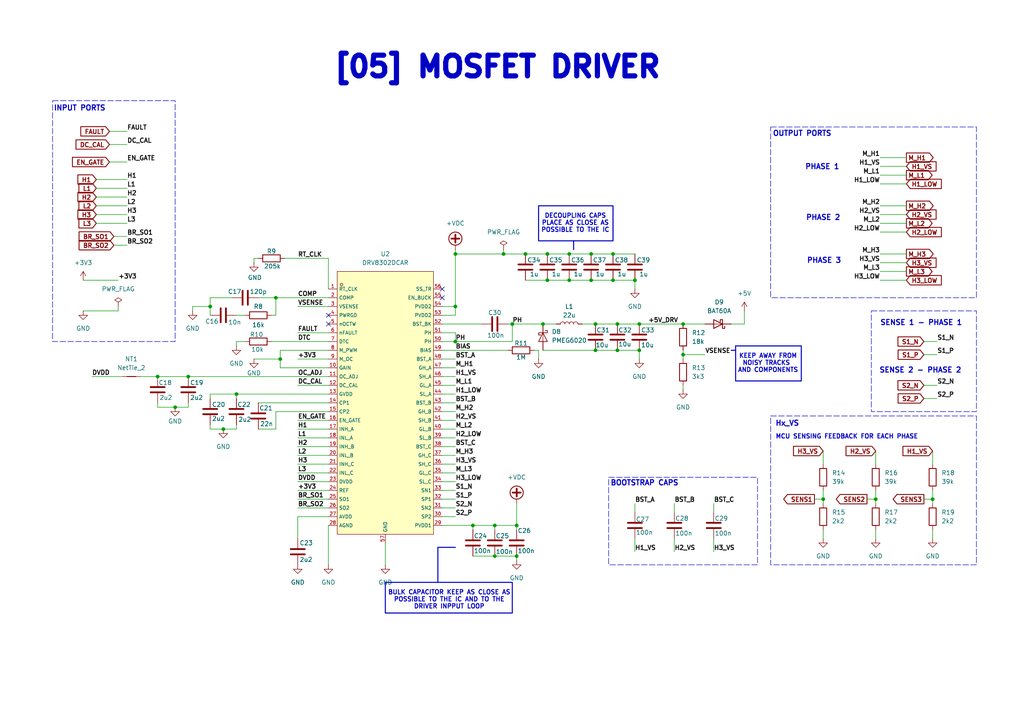
<source format=kicad_sch>
(kicad_sch (version 20231120) (generator "eeschema") (generator_version "8.0")
  (paper "A4")
  (title_block (title "Example Project") (date "2024-12-16") (rev "Rev01_1") (company "AKK Electronics") (comment 3 "aungkyawkhaing96.ece@gmail.com") (comment 4 "Aung Kyaw Khaing"))
  (lib_symbols
    (symbol "DRV8302:DRV8302DCAR"
      (property "Reference" "U" (at 0 41.402 0))
      (property "Value" "DRV8302DCAR" (at 0.254 39.116 0))
      (symbol "DRV8302DCAR_0_1"
        (rectangle (start -13.97 38.1001) (end 13.97 -38.1001) (fill (type background)))
        (circle (center -12.7 34.2901) (radius 0.381) (fill (type background)))
        (pin unspecified line (at -16.51 33.02 0) (length 2.54) (name "RT_CLK") (number "1"))
        (pin unspecified line (at -16.51 10.16 0) (length 2.54) (name "GAIN") (number "10"))
        (pin unspecified line (at -16.51 7.62 0) (length 2.54) (name "OC_ADJ") (number "11"))
        (pin unspecified line (at -16.51 5.08 0) (length 2.54) (name "DC_CAL") (number "12"))
        (pin unspecified line (at -16.51 2.54 0) (length 2.54) (name "GVDD") (number "13"))
        (pin unspecified line (at -16.51 0 0) (length 2.54) (name "CP1") (number "14"))
        (pin unspecified line (at -16.51 -2.54 0) (length 2.54) (name "CP2") (number "15"))
        (pin unspecified line (at -16.51 -5.08 0) (length 2.54) (name "EN_GATE") (number "16"))
        (pin unspecified line (at -16.51 -7.62 0) (length 2.54) (name "INH_A") (number "17"))
        (pin unspecified line (at -16.51 -10.16 0) (length 2.54) (name "INL_A") (number "18"))
        (pin unspecified line (at -16.51 -12.7 0) (length 2.54) (name "INH_B") (number "19"))
        (pin unspecified line (at -16.51 30.48 0) (length 2.54) (name "COMP") (number "2"))
        (pin unspecified line (at -16.51 -15.24 0) (length 2.54) (name "INL_B") (number "20"))
        (pin unspecified line (at -16.51 -17.78 0) (length 2.54) (name "INH_C") (number "21"))
        (pin unspecified line (at -16.51 -20.32 0) (length 2.54) (name "INL_C") (number "22"))
        (pin unspecified line (at -16.51 -22.86 0) (length 2.54) (name "DVDD") (number "23"))
        (pin unspecified line (at -16.51 -25.4 0) (length 2.54) (name "REF") (number "24"))
        (pin unspecified line (at -16.51 -27.94 0) (length 2.54) (name "SO1") (number "25"))
        (pin unspecified line (at -16.51 -30.48 0) (length 2.54) (name "SO2") (number "26"))
        (pin unspecified line (at -16.51 -33.02 0) (length 2.54) (name "AVDD") (number "27"))
        (pin unspecified line (at -16.51 -35.56 0) (length 2.54) (name "AGND") (number "28"))
        (pin unspecified line (at 16.51 -35.56 180) (length 2.54) (name "PVDD1") (number "29"))
        (pin unspecified line (at -16.51 27.94 0) (length 2.54) (name "VSENSE") (number "3"))
        (pin unspecified line (at 16.51 -33.02 180) (length 2.54) (name "SP2") (number "30"))
        (pin unspecified line (at 16.51 -30.48 180) (length 2.54) (name "SN2") (number "31"))
        (pin unspecified line (at 16.51 -27.94 180) (length 2.54) (name "SP1") (number "32"))
        (pin unspecified line (at 16.51 -25.4 180) (length 2.54) (name "SN1") (number "33"))
        (pin unspecified line (at 16.51 -22.86 180) (length 2.54) (name "SL_C") (number "34"))
        (pin unspecified line (at 16.51 -20.32 180) (length 2.54) (name "GL_C") (number "35"))
        (pin unspecified line (at 16.51 -17.78 180) (length 2.54) (name "SH_C") (number "36"))
        (pin unspecified line (at 16.51 -15.24 180) (length 2.54) (name "GH_C") (number "37"))
        (pin unspecified line (at 16.51 -12.7 180) (length 2.54) (name "BST_C") (number "38"))
        (pin unspecified line (at 16.51 -10.16 180) (length 2.54) (name "SL_B") (number "39"))
        (pin unspecified line (at -16.51 25.4 0) (length 2.54) (name "PWRGD") (number "4"))
        (pin unspecified line (at 16.51 -7.62 180) (length 2.54) (name "GL_B") (number "40"))
        (pin unspecified line (at 16.51 -5.08 180) (length 2.54) (name "SH_B") (number "41"))
        (pin unspecified line (at 16.51 -2.54 180) (length 2.54) (name "GH_B") (number "42"))
        (pin unspecified line (at 16.51 0 180) (length 2.54) (name "BST_B") (number "43"))
        (pin unspecified line (at 16.51 2.54 180) (length 2.54) (name "SL_A") (number "44"))
        (pin unspecified line (at 16.51 5.08 180) (length 2.54) (name "GL_A") (number "45"))
        (pin unspecified line (at 16.51 7.62 180) (length 2.54) (name "SH_A") (number "46"))
        (pin unspecified line (at 16.51 10.16 180) (length 2.54) (name "GH_A") (number "47"))
        (pin unspecified line (at 16.51 12.7 180) (length 2.54) (name "BST_A") (number "48"))
        (pin unspecified line (at 16.51 15.24 180) (length 2.54) (name "BIAS") (number "49"))
        (pin unspecified line (at -16.51 22.86 0) (length 2.54) (name "nOCTW") (number "5"))
        (pin unspecified line (at 16.51 17.78 180) (length 2.54) (name "PH") (number "50"))
        (pin unspecified line (at 16.51 20.32 180) (length 2.54) (name "PH") (number "51"))
        (pin unspecified line (at 16.51 22.86 180) (length 2.54) (name "BST_BK") (number "52"))
        (pin unspecified line (at 16.51 25.4 180) (length 2.54) (name "PVDD2") (number "53"))
        (pin unspecified line (at 16.51 27.94 180) (length 2.54) (name "PVDD2") (number "54"))
        (pin unspecified line (at 16.51 30.48 180) (length 2.54) (name "EN_BUCK") (number "55"))
        (pin unspecified line (at 16.51 33.02 180) (length 2.54) (name "SS_TR") (number "56"))
        (pin unspecified line (at 0 -40.64 90) (length 2.54) (name "GND") (number "57"))
        (pin unspecified line (at -16.51 20.32 0) (length 2.54) (name "nFAULT") (number "6"))
        (pin unspecified line (at -16.51 17.78 0) (length 2.54) (name "DTC") (number "7"))
        (pin unspecified line (at -16.51 15.24 0) (length 2.54) (name "M_PWM") (number "8"))
        (pin unspecified line (at -16.51 12.7 0) (length 2.54) (name "M_OC") (number "9"))
      )
    )
    (symbol "Device:C" (pin_numbers hide) (pin_names (offset 0.254))
      (property "Reference" "C" (at 0.635 2.54 0))
      (property "Value" "C" (at 0.635 -2.54 0))
      (symbol "C_0_1"
        (polyline (pts (xy -2.032 -0.762) (xy 2.032 -0.762)) (stroke (width 0.508)))
        (polyline (pts (xy -2.032 0.762) (xy 2.032 0.762)) (stroke (width 0.508)))
      )
      (symbol "C_1_1"
        (pin passive line (at 0 3.81 270) (length 2.794) (name "~") (number "1"))
        (pin passive line (at 0 -3.81 90) (length 2.794) (name "~") (number "2"))
      )
    )
    (symbol "Device:L" (pin_numbers hide) (pin_names (offset 1.016) hide)
      (property "Reference" "L" (at -1.27 0 90))
      (property "Value" "L" (at 1.905 0 90))
      (symbol "L_0_1"
        (arc (start 0 -2.54) (mid 0.6323 -1.905) (end 0 -1.27))
        (arc (start 0 -1.27) (mid 0.6323 -0.635) (end 0 0))
        (arc (start 0 0) (mid 0.6323 0.635) (end 0 1.27))
        (arc (start 0 1.27) (mid 0.6323 1.905) (end 0 2.54))
      )
      (symbol "L_1_1"
        (pin passive line (at 0 3.81 270) (length 1.27) (name "1") (number "1"))
        (pin passive line (at 0 -3.81 90) (length 1.27) (name "2") (number "2"))
      )
    )
    (symbol "Device:NetTie_2" (pin_numbers hide) (pin_names (offset 0) hide) (in_bom no)
      (property "Reference" "NT" (at 0 1.27 0))
      (property "Value" "NetTie_2" (at 0 -1.27 0))
      (symbol "NetTie_2_0_1"
        (polyline (pts (xy -1.27 0) (xy 1.27 0)) (stroke (width 0.254)))
      )
      (symbol "NetTie_2_1_1"
        (pin passive line (at -2.54 0 0) (length 2.54) (name "1") (number "1"))
        (pin passive line (at 2.54 0 180) (length 2.54) (name "2") (number "2"))
      )
    )
    (symbol "Device:R" (pin_numbers hide) (pin_names (offset 0))
      (property "Reference" "R" (at 2.032 0 90))
      (property "Value" "R" (at 0 0 90))
      (symbol "R_0_1"
        (rectangle (start -1.016 -2.54) (end 1.016 2.54) (stroke (width 0.254)))
      )
      (symbol "R_1_1"
        (pin passive line (at 0 3.81 270) (length 1.27) (name "~") (number "1"))
        (pin passive line (at 0 -3.81 90) (length 1.27) (name "~") (number "2"))
      )
    )
    (symbol "Diode:BAT60A" (pin_numbers hide) (pin_names (offset 1.016) hide)
      (property "Reference" "D" (at 0 2.54 0))
      (property "Value" "BAT60A" (at 0 -2.54 0))
      (symbol "BAT60A_0_1"
        (polyline (pts (xy 1.27 0) (xy -1.27 0)))
        (polyline (pts (xy 1.27 1.27) (xy 1.27 -1.27) (xy -1.27 0) (xy 1.27 1.27)) (stroke (width 0.254)))
        (polyline (pts (xy -1.905 0.635) (xy -1.905 1.27) (xy -1.27 1.27) (xy -1.27 -1.27) (xy -0.635 -1.27) (xy -0.635 -0.635)) (stroke (width 0.254)))
      )
      (symbol "BAT60A_1_1"
        (pin passive line (at -3.81 0 0) (length 2.54) (name "K") (number "1"))
        (pin passive line (at 3.81 0 180) (length 2.54) (name "A") (number "2"))
      )
    )
    (symbol "Diode:PMEG6020ER" (pin_numbers hide) (pin_names hide)
      (property "Reference" "D" (at 0 2.54 0))
      (property "Value" "PMEG6020ER" (at 0 -2.54 0))
      (symbol "PMEG6020ER_0_1"
        (polyline (pts (xy 1.27 0) (xy -1.27 0)))
        (polyline (pts (xy 1.27 1.27) (xy 1.27 -1.27) (xy -1.27 0) (xy 1.27 1.27)) (stroke (width 0.2032)))
        (polyline (pts (xy -1.905 0.635) (xy -1.905 1.27) (xy -1.27 1.27) (xy -1.27 -1.27) (xy -0.635 -1.27) (xy -0.635 -0.635)) (stroke (width 0.2032)))
      )
      (symbol "PMEG6020ER_1_1"
        (pin passive line (at -3.81 0 0) (length 2.54) (name "K") (number "1"))
        (pin passive line (at 3.81 0 180) (length 2.54) (name "A") (number "2"))
      )
    )
    (symbol "power:+3V3" (power) (pin_numbers hide) (pin_names (offset 0) hide)
      (property "Value" "+3V3" (at 0 3.556 0))
      (symbol "+3V3_0_1"
        (polyline (pts (xy -0.762 1.27) (xy 0 2.54)))
        (polyline (pts (xy 0 0) (xy 0 2.54)))
        (polyline (pts (xy 0 2.54) (xy 0.762 1.27)))
      )
      (symbol "+3V3_1_1"
        (pin power_in line (at 0 0 90) (length 0) (name "~") (number "1"))
      )
    )
    (symbol "power:+5V" (power) (pin_numbers hide) (pin_names (offset 0) hide)
      (property "Value" "+5V" (at 0 3.556 0))
      (symbol "+5V_0_1"
        (polyline (pts (xy -0.762 1.27) (xy 0 2.54)))
        (polyline (pts (xy 0 0) (xy 0 2.54)))
        (polyline (pts (xy 0 2.54) (xy 0.762 1.27)))
      )
      (symbol "+5V_1_1"
        (pin power_in line (at 0 0 90) (length 0) (name "~") (number "1"))
      )
    )
    (symbol "power:+VDC" (power) (pin_numbers hide) (pin_names (offset 0) hide)
      (property "Value" "+VDC" (at 0 6.35 0))
      (symbol "+VDC_0_1"
        (polyline (pts (xy -1.143 3.175) (xy 1.143 3.175)) (stroke (width 0.508)))
        (polyline (pts (xy 0 0) (xy 0 1.27)))
        (polyline (pts (xy 0 2.032) (xy 0 4.318)) (stroke (width 0.508)))
        (circle (center 0 3.175) (radius 1.905) (stroke (width 0.254)))
      )
      (symbol "+VDC_1_1"
        (pin power_in line (at 0 0 90) (length 0) (name "~") (number "1"))
      )
    )
    (symbol "power:GND" (power) (pin_numbers hide) (pin_names (offset 0) hide)
      (property "Value" "GND" (at 0 -3.81 0))
      (symbol "GND_0_1"
        (polyline (pts (xy 0 0) (xy 0 -1.27) (xy 1.27 -1.27) (xy 0 -2.54) (xy -1.27 -1.27) (xy 0 -1.27)))
      )
      (symbol "GND_1_1"
        (pin power_in line (at 0 0 270) (length 0) (name "~") (number "1"))
      )
    )
    (symbol "power:PWR_FLAG" (power) (pin_numbers hide) (pin_names (offset 0) hide)
      (property "Value" "PWR_FLAG" (at 0 3.81 0))
      (symbol "PWR_FLAG_0_0"
        (pin power_out line (at 0 0 90) (length 0) (name "~") (number "1"))
      )
      (symbol "PWR_FLAG_0_1"
        (polyline (pts (xy 0 0) (xy 0 1.27) (xy -1.016 1.905) (xy 0 2.54) (xy 1.016 1.905) (xy 0 1.27)))
      )
    )
  )
  (junction (at 132.08 73.66))
  (junction (at 132.08 99.06))
  (junction (at 184.15 81.28))
  (junction (at 45.72 109.22))
  (junction (at 185.42 93.98))
  (junction (at 80.01 86.36))
  (junction (at 68.58 114.3))
  (junction (at 81.28 104.14))
  (junction (at 137.16 152.4))
  (junction (at 171.45 73.66))
  (junction (at 158.75 73.66))
  (junction (at 198.12 93.98))
  (junction (at 238.76 144.78))
  (junction (at 149.86 161.29))
  (junction (at 185.42 101.6))
  (junction (at 165.1 81.28))
  (junction (at 54.61 109.22))
  (junction (at 179.07 101.6))
  (junction (at 152.4 73.66))
  (junction (at 171.45 81.28))
  (junction (at 60.96 88.9))
  (junction (at 177.8 73.66))
  (junction (at 146.05 73.66))
  (junction (at 179.07 93.98))
  (junction (at 158.75 81.28))
  (junction (at 172.72 93.98))
  (junction (at 198.12 102.87))
  (junction (at 172.72 101.6))
  (junction (at 270.51 144.78))
  (junction (at 64.77 124.46))
  (junction (at 132.08 88.9))
  (junction (at 50.8 118.11))
  (junction (at 157.48 93.98))
  (junction (at 143.51 161.29))
  (junction (at 148.59 93.98))
  (junction (at 254 144.78))
  (junction (at 165.1 73.66))
  (junction (at 143.51 152.4))
  (junction (at 149.86 152.4))
  (junction (at 177.8 81.28))
  (no_connect (at 95.25 91.44))
  (no_connect (at 128.27 83.82))
  (no_connect (at 95.25 93.98))
  (no_connect (at 128.27 86.36))
  (wire (pts (xy 132.08 104.14) (xy 128.27 104.14)))
  (wire (pts (xy 128.27 91.44) (xy 132.08 91.44)))
  (wire (pts (xy 267.97 144.78) (xy 270.51 144.78)))
  (wire (pts (xy 255.27 67.31) (xy 262.89 67.31)))
  (polyline (pts (xy 166.37 72.39) (xy 166.37 69.85)) (stroke (width 0.3) (color 0 0 194 1)))
  (wire (pts (xy 86.36 139.7) (xy 95.25 139.7)))
  (polyline (pts (xy 127 158.75) (xy 132.08 158.75)) (stroke (width 0.3) (color 0 0 194 1)))
  (wire (pts (xy 254 153.67) (xy 254 156.21)))
  (wire (pts (xy 165.1 73.66) (xy 158.75 73.66)))
  (wire (pts (xy 45.72 116.84) (xy 45.72 118.11)))
  (wire (pts (xy 40.64 109.22) (xy 45.72 109.22)))
  (polyline (pts (xy 212.09 101.6) (xy 213.36 101.6)) (stroke (width 0.3) (color 0 0 194 1)))
  (wire (pts (xy 270.51 142.24) (xy 270.51 144.78)))
  (wire (pts (xy 81.28 106.68) (xy 81.28 104.14)))
  (wire (pts (xy 132.08 121.92) (xy 128.27 121.92)))
  (wire (pts (xy 149.86 152.4) (xy 149.86 153.67)))
  (wire (pts (xy 132.08 114.3) (xy 128.27 114.3)))
  (wire (pts (xy 179.07 93.98) (xy 185.42 93.98)))
  (wire (pts (xy 45.72 109.22) (xy 54.61 109.22)))
  (wire (pts (xy 255.27 59.69) (xy 262.89 59.69)))
  (wire (pts (xy 184.15 146.05) (xy 184.15 148.59)))
  (wire (pts (xy 238.76 142.24) (xy 238.76 144.78)))
  (wire (pts (xy 36.83 38.1) (xy 31.75 38.1)))
  (wire (pts (xy 128.27 101.6) (xy 147.32 101.6)))
  (wire (pts (xy 132.08 147.32) (xy 128.27 147.32)))
  (wire (pts (xy 86.36 121.92) (xy 95.25 121.92)))
  (wire (pts (xy 198.12 111.76) (xy 198.12 113.03)))
  (wire (pts (xy 132.08 116.84) (xy 128.27 116.84)))
  (wire (pts (xy 132.08 139.7) (xy 128.27 139.7)))
  (wire (pts (xy 198.12 101.6) (xy 198.12 102.87)))
  (wire (pts (xy 68.58 114.3) (xy 68.58 115.57)))
  (wire (pts (xy 95.25 106.68) (xy 81.28 106.68)))
  (wire (pts (xy 80.01 86.36) (xy 95.25 86.36)))
  (wire (pts (xy 132.08 111.76) (xy 128.27 111.76)))
  (wire (pts (xy 158.75 81.28) (xy 165.1 81.28)))
  (wire (pts (xy 128.27 99.06) (xy 132.08 99.06)))
  (wire (pts (xy 86.36 149.86) (xy 95.25 149.86)))
  (wire (pts (xy 67.31 86.36) (xy 60.96 86.36)))
  (wire (pts (xy 158.75 73.66) (xy 152.4 73.66)))
  (wire (pts (xy 254 142.24) (xy 254 144.78)))
  (wire (pts (xy 207.01 146.05) (xy 207.01 148.59)))
  (wire (pts (xy 132.08 134.62) (xy 128.27 134.62)))
  (wire (pts (xy 270.51 153.67) (xy 270.51 156.21)))
  (wire (pts (xy 26.67 109.22) (xy 35.56 109.22)))
  (wire (pts (xy 60.96 88.9) (xy 60.96 91.44)))
  (wire (pts (xy 132.08 106.68) (xy 128.27 106.68)))
  (wire (pts (xy 24.13 81.28) (xy 34.29 81.28)))
  (wire (pts (xy 156.21 101.6) (xy 156.21 104.14)))
  (wire (pts (xy 177.8 73.66) (xy 171.45 73.66)))
  (wire (pts (xy 74.93 124.46) (xy 80.01 124.46)))
  (wire (pts (xy 254 144.78) (xy 254 146.05)))
  (wire (pts (xy 86.36 96.52) (xy 95.25 96.52)))
  (wire (pts (xy 95.25 119.38) (xy 80.01 119.38)))
  (wire (pts (xy 179.07 101.6) (xy 185.42 101.6)))
  (wire (pts (xy 255.27 81.28) (xy 262.89 81.28)))
  (wire (pts (xy 68.58 99.06) (xy 68.58 100.33)))
  (wire (pts (xy 81.28 104.14) (xy 81.28 101.6)))
  (wire (pts (xy 27.94 59.69) (xy 36.83 59.69)))
  (wire (pts (xy 54.61 116.84) (xy 54.61 118.11)))
  (wire (pts (xy 207.01 160.02) (xy 207.01 156.21)))
  (wire (pts (xy 255.27 76.2) (xy 262.89 76.2)))
  (wire (pts (xy 73.66 74.93) (xy 73.66 76.2)))
  (wire (pts (xy 171.45 73.66) (xy 165.1 73.66)))
  (wire (pts (xy 271.78 102.87) (xy 267.97 102.87)))
  (wire (pts (xy 33.02 68.58) (xy 36.83 68.58)))
  (wire (pts (xy 146.05 73.66) (xy 132.08 73.66)))
  (wire (pts (xy 128.27 152.4) (xy 137.16 152.4)))
  (wire (pts (xy 31.75 41.91) (xy 36.83 41.91)))
  (wire (pts (xy 86.36 144.78) (xy 95.25 144.78)))
  (wire (pts (xy 184.15 73.66) (xy 177.8 73.66)))
  (wire (pts (xy 255.27 45.72) (xy 262.89 45.72)))
  (polyline (pts (xy 127 158.75) (xy 127 168.91)) (stroke (width 0.3) (color 0 0 194 1)))
  (wire (pts (xy 132.08 144.78) (xy 128.27 144.78)))
  (wire (pts (xy 204.47 93.98) (xy 198.12 93.98)))
  (wire (pts (xy 132.08 132.08) (xy 128.27 132.08)))
  (wire (pts (xy 68.58 99.06) (xy 71.12 99.06)))
  (wire (pts (xy 132.08 99.06) (xy 148.59 99.06)))
  (wire (pts (xy 54.61 118.11) (xy 50.8 118.11)))
  (wire (pts (xy 95.25 101.6) (xy 81.28 101.6)))
  (wire (pts (xy 34.29 88.9) (xy 34.29 90.17)))
  (wire (pts (xy 148.59 93.98) (xy 157.48 93.98)))
  (wire (pts (xy 132.08 96.52) (xy 132.08 99.06)))
  (wire (pts (xy 132.08 88.9) (xy 132.08 73.66)))
  (wire (pts (xy 165.1 81.28) (xy 171.45 81.28)))
  (wire (pts (xy 255.27 73.66) (xy 262.89 73.66)))
  (wire (pts (xy 86.36 104.14) (xy 95.25 104.14)))
  (wire (pts (xy 132.08 137.16) (xy 128.27 137.16)))
  (wire (pts (xy 195.58 146.05) (xy 195.58 148.59)))
  (wire (pts (xy 198.12 102.87) (xy 204.47 102.87)))
  (wire (pts (xy 255.27 48.26) (xy 262.89 48.26)))
  (wire (pts (xy 33.02 71.12) (xy 36.83 71.12)))
  (wire (pts (xy 45.72 118.11) (xy 50.8 118.11)))
  (wire (pts (xy 132.08 127) (xy 128.27 127)))
  (wire (pts (xy 68.58 114.3) (xy 60.96 114.3)))
  (wire (pts (xy 271.78 99.06) (xy 267.97 99.06)))
  (wire (pts (xy 255.27 50.8) (xy 262.89 50.8)))
  (wire (pts (xy 27.94 52.07) (xy 36.83 52.07)))
  (wire (pts (xy 95.25 74.93) (xy 95.25 83.82)))
  (wire (pts (xy 27.94 62.23) (xy 36.83 62.23)))
  (wire (pts (xy 171.45 81.28) (xy 177.8 81.28)))
  (wire (pts (xy 132.08 109.22) (xy 128.27 109.22)))
  (wire (pts (xy 86.36 88.9) (xy 95.25 88.9)))
  (wire (pts (xy 86.36 111.76) (xy 95.25 111.76)))
  (wire (pts (xy 251.46 144.78) (xy 254 144.78)))
  (wire (pts (xy 215.9 93.98) (xy 212.09 93.98)))
  (wire (pts (xy 157.48 101.6) (xy 172.72 101.6)))
  (wire (pts (xy 60.96 86.36) (xy 60.96 88.9)))
  (wire (pts (xy 168.91 93.98) (xy 172.72 93.98)))
  (wire (pts (xy 137.16 161.29) (xy 143.51 161.29)))
  (wire (pts (xy 177.8 81.28) (xy 184.15 81.28)))
  (wire (pts (xy 149.86 146.05) (xy 149.86 152.4)))
  (wire (pts (xy 152.4 81.28) (xy 158.75 81.28)))
  (wire (pts (xy 82.55 74.93) (xy 95.25 74.93)))
  (wire (pts (xy 111.76 157.48) (xy 111.76 163.83)))
  (wire (pts (xy 157.48 93.98) (xy 161.29 93.98)))
  (wire (pts (xy 132.08 91.44) (xy 132.08 88.9)))
  (wire (pts (xy 86.36 132.08) (xy 95.25 132.08)))
  (wire (pts (xy 86.36 156.21) (xy 86.36 149.86)))
  (wire (pts (xy 238.76 130.81) (xy 238.76 134.62)))
  (wire (pts (xy 60.96 124.46) (xy 64.77 124.46)))
  (wire (pts (xy 74.93 86.36) (xy 80.01 86.36)))
  (wire (pts (xy 80.01 119.38) (xy 80.01 124.46)))
  (wire (pts (xy 198.12 93.98) (xy 185.42 93.98)))
  (wire (pts (xy 86.36 127) (xy 95.25 127)))
  (wire (pts (xy 238.76 153.67) (xy 238.76 156.21)))
  (wire (pts (xy 128.27 93.98) (xy 139.7 93.98)))
  (wire (pts (xy 271.78 111.76) (xy 267.97 111.76)))
  (wire (pts (xy 86.36 134.62) (xy 95.25 134.62)))
  (wire (pts (xy 132.08 142.24) (xy 128.27 142.24)))
  (wire (pts (xy 80.01 91.44) (xy 80.01 86.36)))
  (wire (pts (xy 147.32 93.98) (xy 148.59 93.98)))
  (wire (pts (xy 86.36 142.24) (xy 95.25 142.24)))
  (wire (pts (xy 68.58 123.19) (xy 68.58 124.46)))
  (wire (pts (xy 137.16 152.4) (xy 143.51 152.4)))
  (wire (pts (xy 184.15 81.28) (xy 184.15 83.82)))
  (wire (pts (xy 128.27 88.9) (xy 132.08 88.9)))
  (wire (pts (xy 172.72 93.98) (xy 179.07 93.98)))
  (wire (pts (xy 86.36 147.32) (xy 95.25 147.32)))
  (wire (pts (xy 154.94 101.6) (xy 156.21 101.6)))
  (wire (pts (xy 270.51 144.78) (xy 270.51 146.05)))
  (wire (pts (xy 73.66 104.14) (xy 81.28 104.14)))
  (wire (pts (xy 54.61 109.22) (xy 95.25 109.22)))
  (wire (pts (xy 143.51 161.29) (xy 149.86 161.29)))
  (wire (pts (xy 132.08 119.38) (xy 128.27 119.38)))
  (wire (pts (xy 255.27 64.77) (xy 262.89 64.77)))
  (wire (pts (xy 74.93 116.84) (xy 95.25 116.84)))
  (wire (pts (xy 27.94 54.61) (xy 36.83 54.61)))
  (wire (pts (xy 34.29 90.17) (xy 24.13 90.17)))
  (wire (pts (xy 78.74 91.44) (xy 80.01 91.44)))
  (wire (pts (xy 86.36 129.54) (xy 95.25 129.54)))
  (wire (pts (xy 31.75 46.99) (xy 36.83 46.99)))
  (wire (pts (xy 132.08 124.46) (xy 128.27 124.46)))
  (wire (pts (xy 152.4 73.66) (xy 146.05 73.66)))
  (wire (pts (xy 95.25 152.4) (xy 95.25 163.83)))
  (wire (pts (xy 55.88 88.9) (xy 60.96 88.9)))
  (wire (pts (xy 132.08 129.54) (xy 128.27 129.54)))
  (wire (pts (xy 68.58 91.44) (xy 71.12 91.44)))
  (wire (pts (xy 270.51 130.81) (xy 270.51 134.62)))
  (wire (pts (xy 198.12 104.14) (xy 198.12 102.87)))
  (wire (pts (xy 60.96 123.19) (xy 60.96 124.46)))
  (wire (pts (xy 137.16 152.4) (xy 137.16 153.67)))
  (wire (pts (xy 148.59 99.06) (xy 148.59 93.98)))
  (wire (pts (xy 27.94 57.15) (xy 36.83 57.15)))
  (wire (pts (xy 27.94 64.77) (xy 36.83 64.77)))
  (wire (pts (xy 143.51 152.4) (xy 149.86 152.4)))
  (wire (pts (xy 215.9 90.17) (xy 215.9 93.98)))
  (wire (pts (xy 267.97 115.57) (xy 271.78 115.57)))
  (wire (pts (xy 254 130.81) (xy 254 134.62)))
  (wire (pts (xy 86.36 137.16) (xy 95.25 137.16)))
  (wire (pts (xy 132.08 149.86) (xy 128.27 149.86)))
  (wire (pts (xy 255.27 62.23) (xy 262.89 62.23)))
  (wire (pts (xy 132.08 72.39) (xy 132.08 73.66)))
  (wire (pts (xy 55.88 88.9) (xy 55.88 90.17)))
  (wire (pts (xy 255.27 53.34) (xy 262.89 53.34)))
  (wire (pts (xy 86.36 124.46) (xy 95.25 124.46)))
  (wire (pts (xy 195.58 160.02) (xy 195.58 156.21)))
  (wire (pts (xy 149.86 161.29) (xy 149.86 162.56)))
  (wire (pts (xy 184.15 160.02) (xy 184.15 156.21)))
  (wire (pts (xy 255.27 78.74) (xy 262.89 78.74)))
  (wire (pts (xy 128.27 96.52) (xy 132.08 96.52)))
  (wire (pts (xy 236.22 144.78) (xy 238.76 144.78)))
  (wire (pts (xy 95.25 114.3) (xy 68.58 114.3)))
  (wire (pts (xy 60.96 114.3) (xy 60.96 115.57)))
  (wire (pts (xy 73.66 74.93) (xy 74.93 74.93)))
  (wire (pts (xy 238.76 144.78) (xy 238.76 146.05)))
  (wire (pts (xy 185.42 101.6) (xy 185.42 104.14)))
  (wire (pts (xy 172.72 101.6) (xy 179.07 101.6)))
  (wire (pts (xy 78.74 99.06) (xy 95.25 99.06)))
  (wire (pts (xy 146.05 72.39) (xy 146.05 73.66)))
  (wire (pts (xy 68.58 124.46) (xy 64.77 124.46)))
  (wire (pts (xy 143.51 152.4) (xy 143.51 153.67)))
  (rectangle (start 176.53 138.43) (end 219.71 163.83) (stroke (width 0) (type dash)))
  (rectangle (start 223.52 36.83) (end 283.21 86.36) (stroke (width 0) (type dash)))
  (rectangle (start 111.76 168.91) (end 148.59 177.8) (stroke (width 0.3) (color 0 0 194 1)))
  (rectangle (start 223.52 120.65) (end 283.21 163.83) (stroke (width 0) (type dash)))
  (rectangle (start 213.36 100.33) (end 232.41 110.49) (stroke (width 0.3) (color 0 0 194 1)))
  (rectangle (start 252.73 90.17) (end 283.21 119.38) (stroke (width 0) (type dash)))
  (rectangle (start 156.21 59.69) (end 177.8 69.85) (stroke (width 0.3) (color 0 0 194 1)))
  (rectangle (start 15.24 29.21) (end 50.8 99.06) (stroke (width 0) (type dash)))
  (text "BULK CAPACITOR KEEP AS CLOSE AS\nPOSSIBLE TO THE IC AND TO THE\nDRIVER INPPUT LOOP" (at 130.302 173.99 0) (effects (font (size 1.27 1.27) (bold yes))))
  (text "[05] MOSFET DRIVER\n" (at 144.272 19.558 0) (effects (font (size 6 6) (thickness 1.6) (bold yes))))
  (text "PHASE 1\n" (at 238.506 48.514 0) (effects (font (size 1.5 1.5) (bold yes))))
  (text "MCU SENSING FEEDBACK FOR EACH PHASE\n" (at 245.618 126.746 0) (effects (font (size 1.27 1.27) (bold yes))))
  (text "BOOTSTRAP CAPS\n" (at 186.944 140.208 0) (effects (font (size 1.5 1.5) (bold yes))))
  (text "Hx_VS\n" (at 228.346 122.936 0) (effects (font (size 1.5 1.5) (bold yes))))
  (text "SENSE 2 - PHASE 2\n\n" (at 266.954 108.712 0) (effects (font (size 1.5 1.5) (bold yes))))
  (text "DECOUPLING CAPS\nPLACE AS CLOSE AS\nPOSSIBLE TO THE IC" (at 166.878 64.77 0) (effects (font (size 1.27 1.27) (bold yes))))
  (text "INPUT PORTS\n" (at 23.114 31.496 0) (effects (font (size 1.5 1.5) (bold yes))))
  (text "PHASE 3" (at 239.014 75.692 0) (effects (font (size 1.5 1.5) (bold yes))))
  (text "SENSE 1 - PHASE 1\n" (at 267.208 93.726 0) (effects (font (size 1.5 1.5) (bold yes))))
  (text "PHASE 2" (at 238.76 63.246 0) (effects (font (size 1.5 1.5) (bold yes))))
  (text "KEEP AWAY FROM\nNOISY TRACKS \nAND COMPONENTS" (at 222.758 105.41 0) (effects (font (size 1.27 1.27) (bold yes))))
  (text "OUTPUT PORTS\n" (at 232.664 38.862 0) (effects (font (size 1.5 1.5) (bold yes))))
  (label "+5V_DRV" (at 187.96 93.98 0) (effects (font (bold yes))))
  (label "PH" (at 148.59 93.98 0) (effects (font (bold yes))))
  (label "EN_GATE" (at 36.83 46.99 0) (effects (font (bold yes))))
  (label "OC_ADJ" (at 86.36 109.22 0) (effects (font (bold yes))))
  (label "DVDD" (at 26.67 109.22 0) (effects (font (bold yes))))
  (label "H2" (at 86.36 129.54 0) (effects (font (bold yes))))
  (label "H2_LOW" (at 255.27 67.31 180) (effects (font (bold yes))))
  (label "M_L3" (at 132.08 137.16 0) (effects (font (bold yes))))
  (label "M_L1" (at 132.08 111.76 0) (effects (font (bold yes))))
  (label "M_H3" (at 255.27 73.66 180) (effects (font (bold yes))))
  (label "L3" (at 86.36 137.16 0) (effects (font (bold yes))))
  (label "S1_N" (at 271.78 99.06 0) (effects (font (bold yes))))
  (label "H3_LOW" (at 132.08 139.7 0) (effects (font (bold yes))))
  (label "VSENSE" (at 86.36 88.9 0) (effects (font (bold yes))))
  (label "M_H1" (at 132.08 106.68 0) (effects (font (bold yes))))
  (label "L1" (at 36.83 54.61 0) (effects (font (bold yes))))
  (label "FAULT" (at 36.83 38.1 0) (effects (font (bold yes))))
  (label "PH" (at 132.08 99.06 0) (effects (font (bold yes))))
  (label "BST_B" (at 195.58 146.05 0) (effects (font (bold yes))))
  (label "H2_VS" (at 195.58 160.02 0) (effects (font (bold yes))))
  (label "BST_A" (at 184.15 146.05 0) (effects (font (bold yes))))
  (label "BR_SO2" (at 36.83 71.12 0) (effects (font (bold yes))))
  (label "L1" (at 86.36 127 0) (effects (font (bold yes))))
  (label "H3" (at 36.83 62.23 0) (effects (font (bold yes))))
  (label "H1_LOW" (at 255.27 53.34 180) (effects (font (bold yes))))
  (label "+3V3" (at 34.29 81.28 0) (effects (font (bold yes))))
  (label "BR_SO2" (at 86.36 147.32 0) (effects (font (bold yes))))
  (label "H3_LOW" (at 255.27 81.28 180) (effects (font (bold yes))))
  (label "BST_A" (at 132.08 104.14 0) (effects (font (bold yes))))
  (label "S1_P" (at 271.78 102.87 0) (effects (font (bold yes))))
  (label "EN_GATE" (at 86.36 121.92 0) (effects (font (bold yes))))
  (label "BR_SO1" (at 36.83 68.58 0) (effects (font (bold yes))))
  (label "M_L1" (at 255.27 50.8 180) (effects (font (bold yes))))
  (label "H3" (at 86.36 134.62 0) (effects (font (bold yes))))
  (label "L3" (at 36.83 64.77 0) (effects (font (bold yes))))
  (label "FAULT" (at 86.36 96.52 0) (effects (font (bold yes))))
  (label "H1" (at 86.36 124.46 0) (effects (font (bold yes))))
  (label "DVDD" (at 86.36 139.7 0) (effects (font (bold yes))))
  (label "COMP" (at 86.36 86.36 0) (effects (font (thickness 0.254) (bold yes))))
  (label "VSENSE" (at 204.47 102.87 0) (effects (font (bold yes))))
  (label "H3_VS" (at 207.01 160.02 0) (effects (font (bold yes))))
  (label "H1_VS" (at 184.15 160.02 0) (effects (font (bold yes))))
  (label "H2_VS" (at 255.27 62.23 180) (effects (font (bold yes))))
  (label "BST_B" (at 132.08 116.84 0) (effects (font (bold yes))))
  (label "S2_N" (at 271.78 111.76 0) (effects (font (bold yes))))
  (label "BST_C" (at 132.08 129.54 0) (effects (font (bold yes))))
  (label "M_H1" (at 255.27 45.72 180) (effects (font (bold yes))))
  (label "S2_N" (at 132.08 147.32 0) (effects (font (bold yes))))
  (label "M_L2" (at 132.08 124.46 0) (effects (font (bold yes))))
  (label "H2_LOW" (at 132.08 127 0) (effects (font (bold yes))))
  (label "BR_SO1" (at 86.36 144.78 0) (effects (font (bold yes))))
  (label "RT_CLK" (at 86.36 74.93 0) (effects (font (thickness 0.254) (bold yes))))
  (label "DTC" (at 86.36 99.06 0) (effects (font (bold yes))))
  (label "M_L3" (at 255.27 78.74 180) (effects (font (bold yes))))
  (label "H3_VS" (at 132.08 134.62 0) (effects (font (bold yes))))
  (label "H1_VS" (at 132.08 109.22 0) (effects (font (bold yes))))
  (label "S2_P" (at 132.08 149.86 0) (effects (font (bold yes))))
  (label "M_H2" (at 132.08 119.38 0) (effects (font (bold yes))))
  (label "H1" (at 36.83 52.07 0) (effects (font (bold yes))))
  (label "S1_P" (at 132.08 144.78 0) (effects (font (bold yes))))
  (label "H1_VS" (at 255.27 48.26 180) (effects (font (bold yes))))
  (label "H3_VS" (at 255.27 76.2 180) (effects (font (bold yes))))
  (label "DC_CAL" (at 36.83 41.91 0) (effects (font (bold yes))))
  (label "+3V3" (at 86.36 142.24 0) (effects (font (bold yes))))
  (label "H2" (at 36.83 57.15 0) (effects (font (bold yes))))
  (label "BST_C" (at 207.01 146.05 0) (effects (font (bold yes))))
  (label "+3V3" (at 86.36 104.14 0) (effects (font (bold yes))))
  (label "S1_N" (at 132.08 142.24 0) (effects (font (bold yes))))
  (label "M_L2" (at 255.27 64.77 180) (effects (font (bold yes))))
  (label "S2_P" (at 271.78 115.57 0) (effects (font (bold yes))))
  (label "H1_LOW" (at 132.08 114.3 0) (effects (font (bold yes))))
  (label "L2" (at 36.83 59.69 0) (effects (font (bold yes))))
  (label "M_H3" (at 132.08 132.08 0) (effects (font (bold yes))))
  (label "BIAS" (at 132.08 101.6 0) (effects (font (bold yes))))
  (label "L2" (at 86.36 132.08 0) (effects (font (bold yes))))
  (label "H2_VS" (at 132.08 121.92 0) (effects (font (bold yes))))
  (label "DC_CAL" (at 86.36 111.76 0) (effects (font (bold yes))))
  (label "M_H2" (at 255.27 59.69 180) (effects (font (bold yes))))
  (global_label "M_L3" (shape output) (at 262.89 78.74 0) (effects (font (bold yes))) (property "Intersheetrefs" "${INTERSHEET_REFS}" (effects (hide yes))))
  (global_label "M_L2" (shape output) (at 262.89 64.77 0) (effects (font (bold yes))) (property "Intersheetrefs" "${INTERSHEET_REFS}" (effects (hide yes))))
  (global_label "H1_VS" (shape input) (at 262.89 48.26 0) (effects (font (bold yes))) (property "Intersheetrefs" "${INTERSHEET_REFS}" (effects (hide yes))))
  (global_label "H3" (shape input) (at 27.94 62.23 180) (effects (font (bold yes))) (property "Intersheetrefs" "${INTERSHEET_REFS}" (effects (hide yes))))
  (global_label "S1_P" (shape input) (at 267.97 102.87 180) (effects (font (bold yes))) (property "Intersheetrefs" "${INTERSHEET_REFS}" (effects (hide yes))))
  (global_label "SENS2" (shape output) (at 251.46 144.78 180) (effects (font (bold yes))) (property "Intersheetrefs" "${INTERSHEET_REFS}" (effects (hide yes))))
  (global_label "S2_P" (shape input) (at 267.97 115.57 180) (effects (font (bold yes))) (property "Intersheetrefs" "${INTERSHEET_REFS}" (effects (hide yes))))
  (global_label "FAULT" (shape input) (at 31.75 38.1 180) (effects (font (bold yes))) (property "Intersheetrefs" "${INTERSHEET_REFS}" (effects (hide yes))))
  (global_label "H3_VS" (shape input) (at 238.76 130.81 180) (effects (font (bold yes))) (property "Intersheetrefs" "${INTERSHEET_REFS}" (effects (hide yes))))
  (global_label "L3" (shape input) (at 27.94 64.77 180) (effects (font (bold yes))) (property "Intersheetrefs" "${INTERSHEET_REFS}" (effects (hide yes))))
  (global_label "H1_VS" (shape input) (at 270.51 130.81 180) (effects (font (bold yes))) (property "Intersheetrefs" "${INTERSHEET_REFS}" (effects (hide yes))))
  (global_label "SENS3" (shape output) (at 267.97 144.78 180) (effects (font (bold yes))) (property "Intersheetrefs" "${INTERSHEET_REFS}" (effects (hide yes))))
  (global_label "M_L1" (shape output) (at 262.89 50.8 0) (effects (font (bold yes))) (property "Intersheetrefs" "${INTERSHEET_REFS}" (effects (hide yes))))
  (global_label "BR_SO1" (shape input) (at 33.02 68.58 180) (effects (font (bold yes))) (property "Intersheetrefs" "${INTERSHEET_REFS}" (effects (hide yes))))
  (global_label "H2_VS" (shape input) (at 262.89 62.23 0) (effects (font (bold yes))) (property "Intersheetrefs" "${INTERSHEET_REFS}" (effects (hide yes))))
  (global_label "H2_VS" (shape input) (at 254 130.81 180) (effects (font (bold yes))) (property "Intersheetrefs" "${INTERSHEET_REFS}" (effects (hide yes))))
  (global_label "H2_LOW" (shape input) (at 262.89 67.31 0) (effects (font (bold yes))) (property "Intersheetrefs" "${INTERSHEET_REFS}" (effects (hide yes))))
  (global_label "H3_VS" (shape input) (at 262.89 76.2 0) (effects (font (bold yes))) (property "Intersheetrefs" "${INTERSHEET_REFS}" (effects (hide yes))))
  (global_label "H2" (shape input) (at 27.94 57.15 180) (effects (font (bold yes))) (property "Intersheetrefs" "${INTERSHEET_REFS}" (effects (hide yes))))
  (global_label "L2" (shape input) (at 27.94 59.69 180) (effects (font (bold yes))) (property "Intersheetrefs" "${INTERSHEET_REFS}" (effects (hide yes))))
  (global_label "L1" (shape input) (at 27.94 54.61 180) (effects (font (bold yes))) (property "Intersheetrefs" "${INTERSHEET_REFS}" (effects (hide yes))))
  (global_label "H1" (shape input) (at 27.94 52.07 180) (effects (font (bold yes))) (property "Intersheetrefs" "${INTERSHEET_REFS}" (effects (hide yes))))
  (global_label "DC_CAL" (shape input) (at 31.75 41.91 180) (effects (font (bold yes))) (property "Intersheetrefs" "${INTERSHEET_REFS}" (effects (hide yes))))
  (global_label "H1_LOW" (shape input) (at 262.89 53.34 0) (effects (font (bold yes))) (property "Intersheetrefs" "${INTERSHEET_REFS}" (effects (hide yes))))
  (global_label "M_H1" (shape output) (at 262.89 45.72 0) (effects (font (bold yes))) (property "Intersheetrefs" "${INTERSHEET_REFS}" (effects (hide yes))))
  (global_label "BR_SO2" (shape input) (at 33.02 71.12 180) (effects (font (bold yes))) (property "Intersheetrefs" "${INTERSHEET_REFS}" (effects (hide yes))))
  (global_label "S1_N" (shape input) (at 267.97 99.06 180) (effects (font (bold yes))) (property "Intersheetrefs" "${INTERSHEET_REFS}" (effects (hide yes))))
  (global_label "SENS1" (shape output) (at 236.22 144.78 180) (effects (font (bold yes))) (property "Intersheetrefs" "${INTERSHEET_REFS}" (effects (hide yes))))
  (global_label "EN_GATE" (shape input) (at 31.75 46.99 180) (effects (font (bold yes))) (property "Intersheetrefs" "${INTERSHEET_REFS}" (effects (hide yes))))
  (global_label "H3_LOW" (shape input) (at 262.89 81.28 0) (effects (font (bold yes))) (property "Intersheetrefs" "${INTERSHEET_REFS}" (effects (hide yes))))
  (global_label "M_H2" (shape output) (at 262.89 59.69 0) (effects (font (bold yes))) (property "Intersheetrefs" "${INTERSHEET_REFS}" (effects (hide yes))))
  (global_label "M_H3" (shape output) (at 262.89 73.66 0) (effects (font (bold yes))) (property "Intersheetrefs" "${INTERSHEET_REFS}" (effects (hide yes))))
  (global_label "S2_N" (shape input) (at 267.97 111.76 180) (effects (font (bold yes))) (property "Intersheetrefs" "${INTERSHEET_REFS}" (effects (hide yes))))
  (symbol (lib_id "power:GND") (at 95.25 163.83 0) (unit 1)
    (property "Reference" "#PWR029" (effects (hide yes)))
    (property "Value" "GND" (at 95.25 168.91 0))
    (property "Description" "Power symbol creates a global label with name \"GND\" , ground" (effects (hide yes)))
  )
  (symbol (lib_id "power:PWR_FLAG") (at 34.29 88.9 0) (unit 1)
    (property "Reference" "#FLG03" (effects (hide yes)))
    (property "Value" "PWR_FLAG" (at 34.29 83.82 0))
    (property "Description" "Special symbol for telling ERC where power comes from" (effects (hide yes)))
  )
  (symbol (lib_id "Device:C") (at 137.16 157.48 0) (unit 1)
    (property "Reference" "C24" (at 137.414 155.448 0) (effects (justify left)))
    (property "Value" "100n" (at 137.414 159.766 0) (effects (justify left)))
    (property "Description" "Unpolarized capacitor" (effects (hide yes)))
  )
  (symbol (lib_id "power:GND") (at 64.77 124.46 0) (unit 1)
    (property "Reference" "#PWR026" (effects (hide yes)))
    (property "Value" "GND" (at 64.77 129.54 0))
    (property "Description" "Power symbol creates a global label with name \"GND\" , ground" (effects (hide yes)))
  )
  (symbol (lib_id "Device:R") (at 238.76 138.43 180) (unit 1)
    (property "Reference" "R14" (at 241.3 137.1599 0) (effects (justify right)))
    (property "Value" "39k" (at 241.3 139.6999 0) (effects (justify right)))
    (property "Description" "Resistor" (effects (hide yes)))
  )
  (symbol (lib_id "power:+VDC") (at 149.86 146.05 0) (unit 1)
    (property "Reference" "#PWR038" (effects (hide yes)))
    (property "Value" "+VDC" (at 149.86 138.43 0))
    (property "Description" "Power symbol creates a global label with name \"+VDC\"" (effects (hide yes)))
  )
  (symbol (lib_id "power:GND") (at 254 156.21 0) (unit 1)
    (property "Reference" "#PWR041" (effects (hide yes)))
    (property "Value" "GND" (at 254 161.29 0))
    (property "Description" "Power symbol creates a global label with name \"GND\" , ground" (effects (hide yes)))
  )
  (symbol (lib_id "power:PWR_FLAG") (at 146.05 72.39 0) (unit 1)
    (property "Reference" "#FLG02" (effects (hide yes)))
    (property "Value" "PWR_FLAG" (at 146.05 67.31 0))
    (property "Description" "Special symbol for telling ERC where power comes from" (effects (hide yes)))
  )
  (symbol (lib_id "power:GND") (at 73.66 76.2 0) (unit 1)
    (property "Reference" "#PWR018" (effects (hide yes)))
    (property "Value" "GND" (at 73.914 80.518 0))
    (property "Description" "Power symbol creates a global label with name \"GND\" , ground" (effects (hide yes)))
  )
  (symbol (lib_id "power:+VDC") (at 132.08 72.39 0) (unit 1)
    (property "Reference" "#PWR037" (effects (hide yes)))
    (property "Value" "+VDC" (at 132.08 64.77 0))
    (property "Description" "Power symbol creates a global label with name \"+VDC\"" (effects (hide yes)))
  )
  (symbol (lib_id "Device:C") (at 54.61 113.03 0) (unit 1)
    (property "Reference" "C19" (at 55.118 110.998 0) (effects (justify left)))
    (property "Value" "2u2" (at 55.118 115.316 0) (effects (justify left)))
    (property "Description" "Unpolarized capacitor" (effects (hide yes)))
  )
  (symbol (lib_id "Device:C") (at 60.96 119.38 0) (unit 1)
    (property "Reference" "C20" (at 61.468 117.348 0) (effects (justify left)))
    (property "Value" "2u2" (at 61.468 121.412 0) (effects (justify left)))
    (property "Description" "Unpolarized capacitor" (effects (hide yes)))
  )
  (symbol (lib_id "Device:C") (at 86.36 160.02 0) (unit 1)
    (property "Reference" "C23" (at 86.868 157.48 0) (effects (justify left)))
    (property "Value" "2u2" (at 86.868 162.306 0) (effects (justify left)))
    (property "Description" "Unpolarized capacitor" (effects (hide yes)))
  )
  (symbol (lib_id "Device:C") (at 152.4 77.47 0) (unit 1)
    (property "Reference" "C34" (at 152.908 75.438 0) (effects (justify left)))
    (property "Value" "1u" (at 153.67 79.502 0) (effects (justify left)))
    (property "Description" "Unpolarized capacitor" (effects (hide yes)))
  )
  (symbol (lib_id "power:GND") (at 185.42 104.14 0) (unit 1)
    (property "Reference" "#PWR033" (effects (hide yes)))
    (property "Value" "GND" (at 185.42 109.22 0))
    (property "Description" "Power symbol creates a global label with name \"GND\" , ground" (effects (hide yes)))
  )
  (symbol (lib_id "Device:C") (at 207.01 152.4 0) (unit 1)
    (property "Reference" "C29" (at 207.264 150.368 0) (effects (justify left)))
    (property "Value" "100n" (at 207.264 154.686 0) (effects (justify left)))
    (property "Description" "Unpolarized capacitor" (effects (hide yes)))
  )
  (symbol (lib_id "Device:C") (at 195.58 152.4 0) (unit 1)
    (property "Reference" "C28" (at 195.834 150.368 0) (effects (justify left)))
    (property "Value" "100n" (at 195.834 154.686 0) (effects (justify left)))
    (property "Description" "Unpolarized capacitor" (effects (hide yes)))
  )
  (symbol (lib_id "Device:C") (at 172.72 97.79 0) (unit 1)
    (property "Reference" "C31" (at 172.974 95.758 0) (effects (justify left)))
    (property "Value" "10u" (at 172.72 100.076 0) (effects (justify left)))
    (property "Description" "Unpolarized capacitor" (effects (hide yes)))
  )
  (symbol (lib_id "power:GND") (at 24.13 90.17 0) (unit 1)
    (property "Reference" "#PWR039" (effects (hide yes)))
    (property "Value" "GND" (at 24.13 95.25 0))
    (property "Description" "Power symbol creates a global label with name \"GND\" , ground" (effects (hide yes)))
  )
  (symbol (lib_id "Device:C") (at 45.72 113.03 0) (unit 1)
    (property "Reference" "C18" (at 45.974 110.998 0) (effects (justify left)))
    (property "Value" "2u2" (at 46.228 115.316 0) (effects (justify left)))
    (property "Description" "Unpolarized capacitor" (effects (hide yes)))
  )
  (symbol (lib_id "power:GND") (at 184.15 83.82 0) (unit 1)
    (property "Reference" "#PWR036" (effects (hide yes)))
    (property "Value" "GND" (at 184.15 88.9 0))
    (property "Description" "Power symbol creates a global label with name \"GND\" , ground" (effects (hide yes)))
  )
  (symbol (lib_id "power:GND") (at 149.86 162.56 0) (unit 1)
    (property "Reference" "#PWR031" (effects (hide yes)))
    (property "Value" "GND" (at 149.86 167.64 0))
    (property "Description" "Power symbol creates a global label with name \"GND\" , ground" (effects (hide yes)))
  )
  (symbol (lib_id "power:GND") (at 111.76 163.83 0) (unit 1)
    (property "Reference" "#PWR030" (effects (hide yes)))
    (property "Value" "GND" (at 111.76 168.91 0))
    (property "Description" "Power symbol creates a global label with name \"GND\" , ground" (effects (hide yes)))
  )
  (symbol (lib_id "power:+3V3") (at 24.13 81.28 0) (unit 1)
    (property "Reference" "#PWR040" (effects (hide yes)))
    (property "Value" "+3V3" (at 24.13 76.2 0))
    (property "Description" "Power symbol creates a global label with name \"+3V3\"" (effects (hide yes)))
  )
  (symbol (lib_id "Device:C") (at 185.42 97.79 0) (unit 1)
    (property "Reference" "C33" (at 185.928 95.758 0) (effects (justify left)))
    (property "Value" "10u" (at 185.928 100.076 0) (effects (justify left)))
    (property "Description" "Unpolarized capacitor" (effects (hide yes)))
  )
  (symbol (lib_id "Device:R") (at 254 138.43 180) (unit 1)
    (property "Reference" "R16" (at 256.54 137.1599 0) (effects (justify right)))
    (property "Value" "39k" (at 256.54 139.6999 0) (effects (justify right)))
    (property "Description" "Resistor" (effects (hide yes)))
  )
  (symbol (lib_id "power:GND") (at 73.66 104.14 0) (unit 1)
    (property "Reference" "#PWR024" (effects (hide yes)))
    (property "Value" "GND" (at 73.66 108.204 0))
    (property "Description" "Power symbol creates a global label with name \"GND\" , ground" (effects (hide yes)))
  )
  (symbol (lib_id "Device:R") (at 74.93 91.44 270) (unit 1)
    (property "Reference" "R8" (at 74.93 88.9 90))
    (property "Value" "16k" (at 74.93 94.234 90))
    (property "Description" "Resistor" (effects (hide yes)))
  )
  (symbol (lib_id "power:+5V") (at 215.9 90.17 0) (unit 1)
    (property "Reference" "#PWR035" (effects (hide yes)))
    (property "Value" "+5V" (at 215.9 85.09 0))
    (property "Description" "Power symbol creates a global label with name \"+5V\"" (effects (hide yes)))
  )
  (symbol (lib_id "power:GND") (at 68.58 100.33 0) (unit 1)
    (property "Reference" "#PWR023" (effects (hide yes)))
    (property "Value" "GND" (at 68.58 105.41 0))
    (property "Description" "Power symbol creates a global label with name \"GND\" , ground" (effects (hide yes)))
  )
  (symbol (lib_id "power:GND") (at 55.88 90.17 0) (unit 1)
    (property "Reference" "#PWR015" (effects (hide yes)))
    (property "Value" "GND" (at 55.88 95.25 0))
    (property "Description" "Power symbol creates a global label with name \"GND\" , ground" (effects (hide yes)))
  )
  (symbol (lib_id "power:GND") (at 198.12 113.03 0) (unit 1)
    (property "Reference" "#PWR034" (effects (hide yes)))
    (property "Value" "GND" (at 198.12 118.11 0))
    (property "Description" "Power symbol creates a global label with name \"GND\" , ground" (effects (hide yes)))
  )
  (symbol (lib_id "Device:C") (at 143.51 93.98 90) (unit 1)
    (property "Reference" "C30" (at 143.51 90.678 90))
    (property "Value" "100n" (at 143.764 97.282 90))
    (property "Description" "Unpolarized capacitor" (effects (hide yes)))
  )
  (symbol (lib_id "power:GND") (at 270.51 156.21 0) (unit 1)
    (property "Reference" "#PWR042" (effects (hide yes)))
    (property "Value" "GND" (at 270.51 161.29 0))
    (property "Description" "Power symbol creates a global label with name \"GND\" , ground" (effects (hide yes)))
  )
  (symbol (lib_id "Device:R") (at 270.51 138.43 180) (unit 1)
    (property "Reference" "R18" (at 273.05 137.1599 0) (effects (justify right)))
    (property "Value" "39k" (at 273.05 139.6999 0) (effects (justify right)))
    (property "Description" "Resistor" (effects (hide yes)))
  )
  (symbol (lib_id "Diode:PMEG6020ER") (at 157.48 97.79 270) (unit 1)
    (property "Reference" "D8" (at 160.02 96.2024 90) (effects (justify left)))
    (property "Value" "PMEG6020" (at 160.02 98.7424 90) (effects (justify left)))
    (property "Footprint" "Diode_SMD:Nexperia_CFP3_SOD-123W" (effects (hide yes)))
    (property "Datasheet" "https://assets.nexperia.com/documents/data-sheet/PMEG6020ER.pdf" (effects (hide yes)))
    (property "Description" "60V, 2A low Vf MEGA Schottky barrier rectifier, SOD-123W" (effects (hide yes)))
  )
  (symbol (lib_id "Device:R") (at 151.13 101.6 90) (unit 1)
    (property "Reference" "R11" (at 151.13 99.568 90))
    (property "Value" "1M" (at 151.13 103.632 90))
    (property "Description" "Resistor" (effects (hide yes)))
  )
  (symbol (lib_id "Device:C") (at 68.58 119.38 0) (unit 1)
    (property "Reference" "C22" (at 68.834 117.348 0) (effects (justify left)))
    (property "Value" "2u2" (at 69.088 121.666 0) (effects (justify left)))
    (property "Description" "Unpolarized capacitor" (effects (hide yes)))
  )
  (symbol (lib_id "Device:C") (at 149.86 157.48 0) (unit 1)
    (property "Reference" "C26" (at 150.114 153.924 0) (effects (justify left)))
    (property "Value" "100n" (at 150.114 159.766 0) (effects (justify left)))
    (property "Description" "Unpolarized capacitor" (effects (hide yes)))
  )
  (symbol (lib_id "Device:C") (at 165.1 77.47 0) (unit 1)
    (property "Reference" "C36" (at 165.608 75.438 0) (effects (justify left)))
    (property "Value" "1u" (at 166.37 79.502 0) (effects (justify left)))
    (property "Description" "Unpolarized capacitor" (effects (hide yes)))
  )
  (symbol (lib_id "Device:C") (at 64.77 91.44 90) (unit 1)
    (property "Reference" "C16" (at 61.468 93.218 90))
    (property "Value" "10n" (at 68.072 93.472 90))
    (property "Description" "Unpolarized capacitor" (effects (hide yes)))
  )
  (symbol (lib_id "Device:NetTie_2") (at 38.1 109.22 0) (unit 1) (in_bom no)
    (property "Reference" "NT1" (at 38.1 104.14 0))
    (property "Value" "NetTie_2" (at 38.1 106.68 0))
    (property "Description" "Net tie, 2 pins" (effects (hide yes)))
  )
  (symbol (lib_id "Device:C") (at 171.45 77.47 0) (unit 1)
    (property "Reference" "C37" (at 171.958 75.438 0) (effects (justify left)))
    (property "Value" "1u" (at 172.72 79.502 0) (effects (justify left)))
    (property "Description" "Unpolarized capacitor" (effects (hide yes)))
  )
  (symbol (lib_id "Device:R") (at 254 149.86 180) (unit 1)
    (property "Reference" "R17" (at 256.54 148.5899 0) (effects (justify right)))
    (property "Value" "2k2" (at 256.54 151.1299 0) (effects (justify right)))
    (property "Description" "Resistor" (effects (hide yes)))
  )
  (symbol (lib_id "power:GND") (at 238.76 156.21 0) (unit 1)
    (property "Reference" "#PWR025" (effects (hide yes)))
    (property "Value" "GND" (at 238.76 161.29 0))
    (property "Description" "Power symbol creates a global label with name \"GND\" , ground" (effects (hide yes)))
  )
  (symbol (lib_id "power:GND") (at 156.21 104.14 0) (unit 1)
    (property "Reference" "#PWR032" (effects (hide yes)))
    (property "Value" "GND" (at 156.21 109.22 0))
    (property "Description" "Power symbol creates a global label with name \"GND\" , ground" (effects (hide yes)))
  )
  (symbol (lib_id "Device:L") (at 165.1 93.98 90) (unit 1)
    (property "Reference" "L1" (at 165.1 88.9 90))
    (property "Value" "22u" (at 165.1 91.44 90))
    (property "Description" "Inductor" (effects (hide yes)))
  )
  (symbol (lib_id "Device:C") (at 71.12 86.36 90) (unit 1)
    (property "Reference" "C17" (at 68.072 84.582 90))
    (property "Value" "120p" (at 74.93 84.582 90))
    (property "Description" "Unpolarized capacitor" (effects (hide yes)))
  )
  (symbol (lib_id "DRV8302:DRV8302DCAR") (at 111.76 116.84 0) (unit 1)
    (property "Reference" "U2" (at 111.76 73.66 0))
    (property "Value" "DRV8302DCAR" (at 111.76 76.2 0))
    (property "Footprint" "DRV8302_footprint_lib:HTSSOP-56_L14.0-W6.1-P0.50-LS8.1-BL-EP" (effects (hide yes)))
    (property "Datasheet" "https://www.ti.com/cn/lit/ds/symlink/drv8302.pdf?ts=1644549207587" (effects (hide yes)))
    (property "LCSC" "C79740" (effects (hide yes)))
  )
  (symbol (lib_id "Device:C") (at 179.07 97.79 0) (unit 1)
    (property "Reference" "C32" (at 179.324 95.758 0) (effects (justify left)))
    (property "Value" "10u" (at 179.324 99.822 0) (effects (justify left)))
    (property "Description" "Unpolarized capacitor" (effects (hide yes)))
  )
  (symbol (lib_id "Device:C") (at 158.75 77.47 0) (unit 1)
    (property "Reference" "C35" (at 159.258 75.438 0) (effects (justify left)))
    (property "Value" "1u" (at 160.02 79.502 0) (effects (justify left)))
    (property "Description" "Unpolarized capacitor" (effects (hide yes)))
  )
  (symbol (lib_id "Device:C") (at 74.93 120.65 0) (unit 1)
    (property "Reference" "C21" (at 75.184 118.364 0) (effects (justify left)))
    (property "Value" "22n" (at 75.438 122.936 0) (effects (justify left)))
    (property "Description" "Unpolarized capacitor" (effects (hide yes)))
  )
  (symbol (lib_id "power:GND") (at 86.36 163.83 0) (unit 1)
    (property "Reference" "#PWR028" (effects (hide yes)))
    (property "Value" "GND" (at 86.36 168.91 0))
    (property "Description" "Power symbol creates a global label with name \"GND\" , ground" (effects (hide yes)))
  )
  (symbol (lib_id "Device:C") (at 143.51 157.48 0) (unit 1)
    (property "Reference" "C25" (at 143.764 155.448 0) (effects (justify left)))
    (property "Value" "100n" (at 143.764 160.02 0) (effects (justify left)))
    (property "Description" "Unpolarized capacitor" (effects (hide yes)))
  )
  (symbol (lib_id "Device:C") (at 177.8 77.47 0) (unit 1)
    (property "Reference" "C38" (at 178.308 75.438 0) (effects (justify left)))
    (property "Value" "1u" (at 179.07 79.502 0) (effects (justify left)))
    (property "Description" "Unpolarized capacitor" (effects (hide yes)))
  )
  (symbol (lib_id "Device:C") (at 184.15 152.4 0) (unit 1)
    (property "Reference" "C27" (at 184.404 150.622 0) (effects (justify left)))
    (property "Value" "100n" (at 184.404 154.432 0) (effects (justify left)))
    (property "Description" "Unpolarized capacitor" (effects (hide yes)))
  )
  (symbol (lib_id "power:GND") (at 50.8 118.11 0) (unit 1)
    (property "Reference" "#PWR027" (effects (hide yes)))
    (property "Value" "GND" (at 50.8 122.174 0))
    (property "Description" "Power symbol creates a global label with name \"GND\" , ground" (effects (hide yes)))
  )
  (symbol (lib_id "Device:C") (at 184.15 77.47 0) (unit 1)
    (property "Reference" "C39" (at 184.658 75.438 0) (effects (justify left)))
    (property "Value" "1u" (at 185.42 79.502 0) (effects (justify left)))
    (property "Description" "Unpolarized capacitor" (effects (hide yes)))
  )
  (symbol (lib_id "Device:R") (at 198.12 97.79 180) (unit 1)
    (property "Reference" "R12" (at 200.66 96.5199 0) (effects (justify right)))
    (property "Value" "18k" (at 200.66 99.0599 0) (effects (justify right)))
    (property "Description" "Resistor" (effects (hide yes)))
  )
  (symbol (lib_id "Device:R") (at 238.76 149.86 180) (unit 1)
    (property "Reference" "R15" (at 241.3 148.5899 0) (effects (justify right)))
    (property "Value" "2k2" (at 241.3 151.1299 0) (effects (justify right)))
    (property "Description" "Resistor" (effects (hide yes)))
  )
  (symbol (lib_id "Device:R") (at 198.12 107.95 180) (unit 1)
    (property "Reference" "R13" (at 200.66 106.6799 0) (effects (justify right)))
    (property "Value" "3k3" (at 200.66 109.2199 0) (effects (justify right)))
    (property "Description" "Resistor" (effects (hide yes)))
  )
  (symbol (lib_id "Device:R") (at 270.51 149.86 180) (unit 1)
    (property "Reference" "R19" (at 273.05 148.5899 0) (effects (justify right)))
    (property "Value" "2k2" (at 273.05 151.1299 0) (effects (justify right)))
    (property "Description" "Resistor" (effects (hide yes)))
  )
  (symbol (lib_id "Device:R") (at 74.93 99.06 90) (unit 1)
    (property "Reference" "R10" (at 74.422 97.028 90))
    (property "Value" "10k" (at 74.676 101.346 90))
    (property "Description" "Resistor" (effects (hide yes)))
  )
  (symbol (lib_id "Device:R") (at 78.74 74.93 90) (unit 1)
    (property "Reference" "R9" (at 78.74 72.898 90))
    (property "Value" "205k" (at 78.994 77.216 90))
    (property "Description" "Resistor" (effects (hide yes)))
  )
  (symbol (lib_id "Diode:BAT60A") (at 208.28 93.98 180) (unit 1)
    (property "Reference" "D9" (at 208.5975 87.63 0))
    (property "Value" "BAT60A" (at 208.5975 90.17 0))
    (property "Footprint" "Diode_SMD:D_SOD-323" (effects (hide yes)))
    (property "Datasheet" "https://www.infineon.com/dgdl/Infineon-BAT60ASERIES-DS-v01_01-en.pdf?fileId=db3a304313d846880113def70c9304a9" (effects (hide yes)))
    (property "Description" "10V 3A High Current Recitifier Schottky Diode, SOD-323" (effects (hide yes)))
  )
)
</source>
